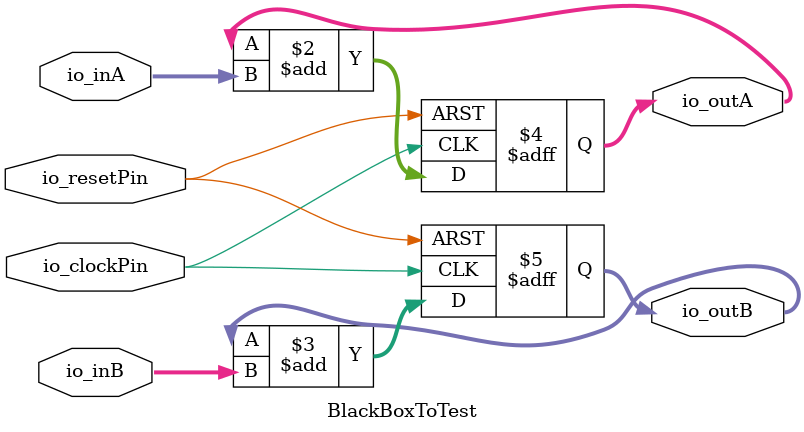
<source format=v>

module BlackBoxToTest
#(parameter aWidth=0, parameter bWidth=0)
(
  input [aWidth-1:0] io_inA,
  input [bWidth-1:0] io_inB,
  output reg [aWidth-1:0] io_outA,
  output reg [bWidth-1:0] io_outB,
  input  io_clockPin,
  input  io_resetPin
);


  always @ (posedge io_clockPin or posedge io_resetPin)
  begin
    if (io_resetPin) begin
      io_outA <= 0;
      io_outB <= 0;
    end else begin
      io_outA <= io_outA + io_inA;
      io_outB <= io_outB + io_inB;
    end
  end
endmodule

</source>
